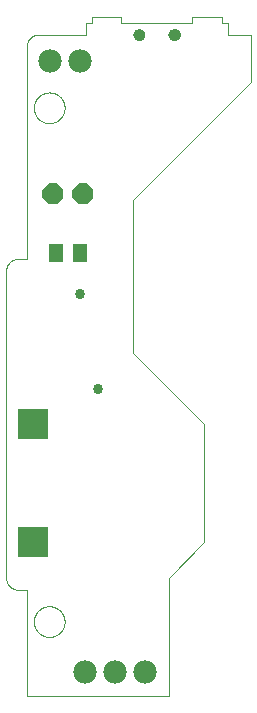
<source format=gts>
G75*
%MOIN*%
%OFA0B0*%
%FSLAX25Y25*%
%IPPOS*%
%LPD*%
%AMOC8*
5,1,8,0,0,1.08239X$1,22.5*
%
%ADD10C,0.00000*%
%ADD11C,0.00039*%
%ADD12R,0.04731X0.05912*%
%ADD13OC8,0.07000*%
%ADD14C,0.03943*%
%ADD15R,0.09849X0.09849*%
%ADD16C,0.07800*%
%ADD17C,0.03378*%
D10*
X0021709Y0041556D02*
X0021709Y0143918D01*
X0021711Y0144042D01*
X0021717Y0144165D01*
X0021726Y0144289D01*
X0021740Y0144411D01*
X0021757Y0144534D01*
X0021779Y0144656D01*
X0021804Y0144777D01*
X0021833Y0144897D01*
X0021865Y0145016D01*
X0021902Y0145135D01*
X0021942Y0145252D01*
X0021985Y0145367D01*
X0022033Y0145482D01*
X0022084Y0145594D01*
X0022138Y0145705D01*
X0022196Y0145815D01*
X0022257Y0145922D01*
X0022322Y0146028D01*
X0022390Y0146131D01*
X0022461Y0146232D01*
X0022535Y0146331D01*
X0022612Y0146428D01*
X0022693Y0146522D01*
X0022776Y0146613D01*
X0022862Y0146702D01*
X0022951Y0146788D01*
X0023042Y0146871D01*
X0023136Y0146952D01*
X0023233Y0147029D01*
X0023332Y0147103D01*
X0023433Y0147174D01*
X0023536Y0147242D01*
X0023642Y0147307D01*
X0023749Y0147368D01*
X0023859Y0147426D01*
X0023970Y0147480D01*
X0024082Y0147531D01*
X0024197Y0147579D01*
X0024312Y0147622D01*
X0024429Y0147662D01*
X0024548Y0147699D01*
X0024667Y0147731D01*
X0024787Y0147760D01*
X0024908Y0147785D01*
X0025030Y0147807D01*
X0025153Y0147824D01*
X0025275Y0147838D01*
X0025399Y0147847D01*
X0025522Y0147853D01*
X0025646Y0147855D01*
X0028599Y0147855D01*
X0028599Y0218721D01*
X0028601Y0218845D01*
X0028607Y0218968D01*
X0028616Y0219092D01*
X0028630Y0219214D01*
X0028647Y0219337D01*
X0028669Y0219459D01*
X0028694Y0219580D01*
X0028723Y0219700D01*
X0028755Y0219819D01*
X0028792Y0219938D01*
X0028832Y0220055D01*
X0028875Y0220170D01*
X0028923Y0220285D01*
X0028974Y0220397D01*
X0029028Y0220508D01*
X0029086Y0220618D01*
X0029147Y0220725D01*
X0029212Y0220831D01*
X0029280Y0220934D01*
X0029351Y0221035D01*
X0029425Y0221134D01*
X0029502Y0221231D01*
X0029583Y0221325D01*
X0029666Y0221416D01*
X0029752Y0221505D01*
X0029841Y0221591D01*
X0029932Y0221674D01*
X0030026Y0221755D01*
X0030123Y0221832D01*
X0030222Y0221906D01*
X0030323Y0221977D01*
X0030426Y0222045D01*
X0030532Y0222110D01*
X0030639Y0222171D01*
X0030749Y0222229D01*
X0030860Y0222283D01*
X0030972Y0222334D01*
X0031087Y0222382D01*
X0031202Y0222425D01*
X0031319Y0222465D01*
X0031438Y0222502D01*
X0031557Y0222534D01*
X0031677Y0222563D01*
X0031798Y0222588D01*
X0031920Y0222610D01*
X0032043Y0222627D01*
X0032165Y0222641D01*
X0032289Y0222650D01*
X0032412Y0222656D01*
X0032536Y0222658D01*
X0048284Y0222658D01*
X0048284Y0226595D01*
X0050253Y0226595D01*
X0050253Y0228564D01*
X0060095Y0228564D01*
X0060095Y0226595D01*
X0083717Y0226595D01*
X0083717Y0228564D01*
X0093560Y0228564D01*
X0093560Y0226595D01*
X0095528Y0226595D01*
X0095528Y0222658D01*
X0103402Y0222658D01*
X0103402Y0206910D01*
X0064032Y0167540D01*
X0064032Y0116359D01*
X0087654Y0092737D01*
X0087654Y0053367D01*
X0075843Y0041556D01*
X0075843Y0002186D01*
X0028599Y0002186D01*
X0028599Y0037619D01*
X0025646Y0037619D01*
X0025522Y0037621D01*
X0025399Y0037627D01*
X0025275Y0037636D01*
X0025153Y0037650D01*
X0025030Y0037667D01*
X0024908Y0037689D01*
X0024787Y0037714D01*
X0024667Y0037743D01*
X0024548Y0037775D01*
X0024429Y0037812D01*
X0024312Y0037852D01*
X0024197Y0037895D01*
X0024082Y0037943D01*
X0023970Y0037994D01*
X0023859Y0038048D01*
X0023749Y0038106D01*
X0023642Y0038167D01*
X0023536Y0038232D01*
X0023433Y0038300D01*
X0023332Y0038371D01*
X0023233Y0038445D01*
X0023136Y0038522D01*
X0023042Y0038603D01*
X0022951Y0038686D01*
X0022862Y0038772D01*
X0022776Y0038861D01*
X0022693Y0038952D01*
X0022612Y0039046D01*
X0022535Y0039143D01*
X0022461Y0039242D01*
X0022390Y0039343D01*
X0022322Y0039446D01*
X0022257Y0039552D01*
X0022196Y0039659D01*
X0022138Y0039769D01*
X0022084Y0039880D01*
X0022033Y0039992D01*
X0021985Y0040107D01*
X0021942Y0040222D01*
X0021902Y0040339D01*
X0021865Y0040458D01*
X0021833Y0040577D01*
X0021804Y0040697D01*
X0021779Y0040818D01*
X0021757Y0040940D01*
X0021740Y0041063D01*
X0021726Y0041185D01*
X0021717Y0041309D01*
X0021711Y0041432D01*
X0021709Y0041556D01*
X0064229Y0222658D02*
X0064231Y0222742D01*
X0064237Y0222825D01*
X0064247Y0222908D01*
X0064261Y0222991D01*
X0064278Y0223073D01*
X0064300Y0223154D01*
X0064325Y0223233D01*
X0064354Y0223312D01*
X0064387Y0223389D01*
X0064423Y0223464D01*
X0064463Y0223538D01*
X0064506Y0223610D01*
X0064553Y0223679D01*
X0064603Y0223746D01*
X0064656Y0223811D01*
X0064712Y0223873D01*
X0064770Y0223933D01*
X0064832Y0223990D01*
X0064896Y0224043D01*
X0064963Y0224094D01*
X0065032Y0224141D01*
X0065103Y0224186D01*
X0065176Y0224226D01*
X0065251Y0224263D01*
X0065328Y0224297D01*
X0065406Y0224327D01*
X0065485Y0224353D01*
X0065566Y0224376D01*
X0065648Y0224394D01*
X0065730Y0224409D01*
X0065813Y0224420D01*
X0065896Y0224427D01*
X0065980Y0224430D01*
X0066064Y0224429D01*
X0066147Y0224424D01*
X0066231Y0224415D01*
X0066313Y0224402D01*
X0066395Y0224386D01*
X0066476Y0224365D01*
X0066557Y0224341D01*
X0066635Y0224313D01*
X0066713Y0224281D01*
X0066789Y0224245D01*
X0066863Y0224206D01*
X0066935Y0224164D01*
X0067005Y0224118D01*
X0067073Y0224069D01*
X0067138Y0224017D01*
X0067201Y0223962D01*
X0067261Y0223904D01*
X0067319Y0223843D01*
X0067373Y0223779D01*
X0067425Y0223713D01*
X0067473Y0223645D01*
X0067518Y0223574D01*
X0067559Y0223501D01*
X0067598Y0223427D01*
X0067632Y0223351D01*
X0067663Y0223273D01*
X0067690Y0223194D01*
X0067714Y0223113D01*
X0067733Y0223032D01*
X0067749Y0222950D01*
X0067761Y0222867D01*
X0067769Y0222783D01*
X0067773Y0222700D01*
X0067773Y0222616D01*
X0067769Y0222533D01*
X0067761Y0222449D01*
X0067749Y0222366D01*
X0067733Y0222284D01*
X0067714Y0222203D01*
X0067690Y0222122D01*
X0067663Y0222043D01*
X0067632Y0221965D01*
X0067598Y0221889D01*
X0067559Y0221815D01*
X0067518Y0221742D01*
X0067473Y0221671D01*
X0067425Y0221603D01*
X0067373Y0221537D01*
X0067319Y0221473D01*
X0067261Y0221412D01*
X0067201Y0221354D01*
X0067138Y0221299D01*
X0067073Y0221247D01*
X0067005Y0221198D01*
X0066935Y0221152D01*
X0066863Y0221110D01*
X0066789Y0221071D01*
X0066713Y0221035D01*
X0066635Y0221003D01*
X0066557Y0220975D01*
X0066476Y0220951D01*
X0066395Y0220930D01*
X0066313Y0220914D01*
X0066231Y0220901D01*
X0066147Y0220892D01*
X0066064Y0220887D01*
X0065980Y0220886D01*
X0065896Y0220889D01*
X0065813Y0220896D01*
X0065730Y0220907D01*
X0065648Y0220922D01*
X0065566Y0220940D01*
X0065485Y0220963D01*
X0065406Y0220989D01*
X0065328Y0221019D01*
X0065251Y0221053D01*
X0065176Y0221090D01*
X0065103Y0221130D01*
X0065032Y0221175D01*
X0064963Y0221222D01*
X0064896Y0221273D01*
X0064832Y0221326D01*
X0064770Y0221383D01*
X0064712Y0221443D01*
X0064656Y0221505D01*
X0064603Y0221570D01*
X0064553Y0221637D01*
X0064506Y0221706D01*
X0064463Y0221778D01*
X0064423Y0221852D01*
X0064387Y0221927D01*
X0064354Y0222004D01*
X0064325Y0222083D01*
X0064300Y0222162D01*
X0064278Y0222243D01*
X0064261Y0222325D01*
X0064247Y0222408D01*
X0064237Y0222491D01*
X0064231Y0222574D01*
X0064229Y0222658D01*
X0076040Y0222658D02*
X0076042Y0222742D01*
X0076048Y0222825D01*
X0076058Y0222908D01*
X0076072Y0222991D01*
X0076089Y0223073D01*
X0076111Y0223154D01*
X0076136Y0223233D01*
X0076165Y0223312D01*
X0076198Y0223389D01*
X0076234Y0223464D01*
X0076274Y0223538D01*
X0076317Y0223610D01*
X0076364Y0223679D01*
X0076414Y0223746D01*
X0076467Y0223811D01*
X0076523Y0223873D01*
X0076581Y0223933D01*
X0076643Y0223990D01*
X0076707Y0224043D01*
X0076774Y0224094D01*
X0076843Y0224141D01*
X0076914Y0224186D01*
X0076987Y0224226D01*
X0077062Y0224263D01*
X0077139Y0224297D01*
X0077217Y0224327D01*
X0077296Y0224353D01*
X0077377Y0224376D01*
X0077459Y0224394D01*
X0077541Y0224409D01*
X0077624Y0224420D01*
X0077707Y0224427D01*
X0077791Y0224430D01*
X0077875Y0224429D01*
X0077958Y0224424D01*
X0078042Y0224415D01*
X0078124Y0224402D01*
X0078206Y0224386D01*
X0078287Y0224365D01*
X0078368Y0224341D01*
X0078446Y0224313D01*
X0078524Y0224281D01*
X0078600Y0224245D01*
X0078674Y0224206D01*
X0078746Y0224164D01*
X0078816Y0224118D01*
X0078884Y0224069D01*
X0078949Y0224017D01*
X0079012Y0223962D01*
X0079072Y0223904D01*
X0079130Y0223843D01*
X0079184Y0223779D01*
X0079236Y0223713D01*
X0079284Y0223645D01*
X0079329Y0223574D01*
X0079370Y0223501D01*
X0079409Y0223427D01*
X0079443Y0223351D01*
X0079474Y0223273D01*
X0079501Y0223194D01*
X0079525Y0223113D01*
X0079544Y0223032D01*
X0079560Y0222950D01*
X0079572Y0222867D01*
X0079580Y0222783D01*
X0079584Y0222700D01*
X0079584Y0222616D01*
X0079580Y0222533D01*
X0079572Y0222449D01*
X0079560Y0222366D01*
X0079544Y0222284D01*
X0079525Y0222203D01*
X0079501Y0222122D01*
X0079474Y0222043D01*
X0079443Y0221965D01*
X0079409Y0221889D01*
X0079370Y0221815D01*
X0079329Y0221742D01*
X0079284Y0221671D01*
X0079236Y0221603D01*
X0079184Y0221537D01*
X0079130Y0221473D01*
X0079072Y0221412D01*
X0079012Y0221354D01*
X0078949Y0221299D01*
X0078884Y0221247D01*
X0078816Y0221198D01*
X0078746Y0221152D01*
X0078674Y0221110D01*
X0078600Y0221071D01*
X0078524Y0221035D01*
X0078446Y0221003D01*
X0078368Y0220975D01*
X0078287Y0220951D01*
X0078206Y0220930D01*
X0078124Y0220914D01*
X0078042Y0220901D01*
X0077958Y0220892D01*
X0077875Y0220887D01*
X0077791Y0220886D01*
X0077707Y0220889D01*
X0077624Y0220896D01*
X0077541Y0220907D01*
X0077459Y0220922D01*
X0077377Y0220940D01*
X0077296Y0220963D01*
X0077217Y0220989D01*
X0077139Y0221019D01*
X0077062Y0221053D01*
X0076987Y0221090D01*
X0076914Y0221130D01*
X0076843Y0221175D01*
X0076774Y0221222D01*
X0076707Y0221273D01*
X0076643Y0221326D01*
X0076581Y0221383D01*
X0076523Y0221443D01*
X0076467Y0221505D01*
X0076414Y0221570D01*
X0076364Y0221637D01*
X0076317Y0221706D01*
X0076274Y0221778D01*
X0076234Y0221852D01*
X0076198Y0221927D01*
X0076165Y0222004D01*
X0076136Y0222083D01*
X0076111Y0222162D01*
X0076089Y0222243D01*
X0076072Y0222325D01*
X0076058Y0222408D01*
X0076048Y0222491D01*
X0076042Y0222574D01*
X0076040Y0222658D01*
D11*
X0030961Y0198249D02*
X0030963Y0198392D01*
X0030969Y0198535D01*
X0030979Y0198677D01*
X0030993Y0198819D01*
X0031011Y0198961D01*
X0031033Y0199103D01*
X0031058Y0199243D01*
X0031088Y0199383D01*
X0031122Y0199522D01*
X0031159Y0199660D01*
X0031201Y0199797D01*
X0031246Y0199932D01*
X0031295Y0200066D01*
X0031347Y0200199D01*
X0031403Y0200331D01*
X0031463Y0200460D01*
X0031527Y0200588D01*
X0031594Y0200715D01*
X0031665Y0200839D01*
X0031739Y0200961D01*
X0031816Y0201081D01*
X0031897Y0201199D01*
X0031981Y0201315D01*
X0032068Y0201428D01*
X0032158Y0201539D01*
X0032252Y0201647D01*
X0032348Y0201753D01*
X0032447Y0201855D01*
X0032550Y0201955D01*
X0032654Y0202052D01*
X0032762Y0202147D01*
X0032872Y0202238D01*
X0032985Y0202326D01*
X0033100Y0202410D01*
X0033217Y0202492D01*
X0033337Y0202570D01*
X0033458Y0202645D01*
X0033582Y0202717D01*
X0033708Y0202785D01*
X0033835Y0202849D01*
X0033965Y0202910D01*
X0034096Y0202967D01*
X0034228Y0203021D01*
X0034362Y0203070D01*
X0034497Y0203117D01*
X0034634Y0203159D01*
X0034772Y0203197D01*
X0034910Y0203232D01*
X0035050Y0203262D01*
X0035190Y0203289D01*
X0035331Y0203312D01*
X0035473Y0203331D01*
X0035615Y0203346D01*
X0035758Y0203357D01*
X0035900Y0203364D01*
X0036043Y0203367D01*
X0036186Y0203366D01*
X0036329Y0203361D01*
X0036472Y0203352D01*
X0036614Y0203339D01*
X0036756Y0203322D01*
X0036897Y0203301D01*
X0037038Y0203276D01*
X0037178Y0203248D01*
X0037317Y0203215D01*
X0037455Y0203178D01*
X0037592Y0203138D01*
X0037728Y0203094D01*
X0037863Y0203046D01*
X0037996Y0202994D01*
X0038128Y0202939D01*
X0038258Y0202880D01*
X0038387Y0202817D01*
X0038513Y0202751D01*
X0038638Y0202681D01*
X0038761Y0202608D01*
X0038881Y0202532D01*
X0039000Y0202452D01*
X0039116Y0202368D01*
X0039230Y0202282D01*
X0039341Y0202192D01*
X0039450Y0202100D01*
X0039556Y0202004D01*
X0039660Y0201906D01*
X0039761Y0201804D01*
X0039858Y0201700D01*
X0039953Y0201593D01*
X0040045Y0201484D01*
X0040134Y0201372D01*
X0040220Y0201257D01*
X0040302Y0201141D01*
X0040381Y0201021D01*
X0040457Y0200900D01*
X0040529Y0200777D01*
X0040598Y0200652D01*
X0040663Y0200525D01*
X0040725Y0200396D01*
X0040783Y0200265D01*
X0040838Y0200133D01*
X0040888Y0199999D01*
X0040935Y0199864D01*
X0040979Y0199728D01*
X0041018Y0199591D01*
X0041053Y0199452D01*
X0041085Y0199313D01*
X0041113Y0199173D01*
X0041137Y0199032D01*
X0041157Y0198890D01*
X0041173Y0198748D01*
X0041185Y0198606D01*
X0041193Y0198463D01*
X0041197Y0198320D01*
X0041197Y0198178D01*
X0041193Y0198035D01*
X0041185Y0197892D01*
X0041173Y0197750D01*
X0041157Y0197608D01*
X0041137Y0197466D01*
X0041113Y0197325D01*
X0041085Y0197185D01*
X0041053Y0197046D01*
X0041018Y0196907D01*
X0040979Y0196770D01*
X0040935Y0196634D01*
X0040888Y0196499D01*
X0040838Y0196365D01*
X0040783Y0196233D01*
X0040725Y0196102D01*
X0040663Y0195973D01*
X0040598Y0195846D01*
X0040529Y0195721D01*
X0040457Y0195598D01*
X0040381Y0195477D01*
X0040302Y0195357D01*
X0040220Y0195241D01*
X0040134Y0195126D01*
X0040045Y0195014D01*
X0039953Y0194905D01*
X0039858Y0194798D01*
X0039761Y0194694D01*
X0039660Y0194592D01*
X0039556Y0194494D01*
X0039450Y0194398D01*
X0039341Y0194306D01*
X0039230Y0194216D01*
X0039116Y0194130D01*
X0039000Y0194046D01*
X0038881Y0193966D01*
X0038761Y0193890D01*
X0038638Y0193817D01*
X0038513Y0193747D01*
X0038387Y0193681D01*
X0038258Y0193618D01*
X0038128Y0193559D01*
X0037996Y0193504D01*
X0037863Y0193452D01*
X0037728Y0193404D01*
X0037592Y0193360D01*
X0037455Y0193320D01*
X0037317Y0193283D01*
X0037178Y0193250D01*
X0037038Y0193222D01*
X0036897Y0193197D01*
X0036756Y0193176D01*
X0036614Y0193159D01*
X0036472Y0193146D01*
X0036329Y0193137D01*
X0036186Y0193132D01*
X0036043Y0193131D01*
X0035900Y0193134D01*
X0035758Y0193141D01*
X0035615Y0193152D01*
X0035473Y0193167D01*
X0035331Y0193186D01*
X0035190Y0193209D01*
X0035050Y0193236D01*
X0034910Y0193266D01*
X0034772Y0193301D01*
X0034634Y0193339D01*
X0034497Y0193381D01*
X0034362Y0193428D01*
X0034228Y0193477D01*
X0034096Y0193531D01*
X0033965Y0193588D01*
X0033835Y0193649D01*
X0033708Y0193713D01*
X0033582Y0193781D01*
X0033458Y0193853D01*
X0033337Y0193928D01*
X0033217Y0194006D01*
X0033100Y0194088D01*
X0032985Y0194172D01*
X0032872Y0194260D01*
X0032762Y0194351D01*
X0032654Y0194446D01*
X0032550Y0194543D01*
X0032447Y0194643D01*
X0032348Y0194745D01*
X0032252Y0194851D01*
X0032158Y0194959D01*
X0032068Y0195070D01*
X0031981Y0195183D01*
X0031897Y0195299D01*
X0031816Y0195417D01*
X0031739Y0195537D01*
X0031665Y0195659D01*
X0031594Y0195783D01*
X0031527Y0195910D01*
X0031463Y0196038D01*
X0031403Y0196167D01*
X0031347Y0196299D01*
X0031295Y0196432D01*
X0031246Y0196566D01*
X0031201Y0196701D01*
X0031159Y0196838D01*
X0031122Y0196976D01*
X0031088Y0197115D01*
X0031058Y0197255D01*
X0031033Y0197395D01*
X0031011Y0197537D01*
X0030993Y0197679D01*
X0030979Y0197821D01*
X0030969Y0197963D01*
X0030963Y0198106D01*
X0030961Y0198249D01*
X0030961Y0026989D02*
X0030963Y0027132D01*
X0030969Y0027275D01*
X0030979Y0027417D01*
X0030993Y0027559D01*
X0031011Y0027701D01*
X0031033Y0027843D01*
X0031058Y0027983D01*
X0031088Y0028123D01*
X0031122Y0028262D01*
X0031159Y0028400D01*
X0031201Y0028537D01*
X0031246Y0028672D01*
X0031295Y0028806D01*
X0031347Y0028939D01*
X0031403Y0029071D01*
X0031463Y0029200D01*
X0031527Y0029328D01*
X0031594Y0029455D01*
X0031665Y0029579D01*
X0031739Y0029701D01*
X0031816Y0029821D01*
X0031897Y0029939D01*
X0031981Y0030055D01*
X0032068Y0030168D01*
X0032158Y0030279D01*
X0032252Y0030387D01*
X0032348Y0030493D01*
X0032447Y0030595D01*
X0032550Y0030695D01*
X0032654Y0030792D01*
X0032762Y0030887D01*
X0032872Y0030978D01*
X0032985Y0031066D01*
X0033100Y0031150D01*
X0033217Y0031232D01*
X0033337Y0031310D01*
X0033458Y0031385D01*
X0033582Y0031457D01*
X0033708Y0031525D01*
X0033835Y0031589D01*
X0033965Y0031650D01*
X0034096Y0031707D01*
X0034228Y0031761D01*
X0034362Y0031810D01*
X0034497Y0031857D01*
X0034634Y0031899D01*
X0034772Y0031937D01*
X0034910Y0031972D01*
X0035050Y0032002D01*
X0035190Y0032029D01*
X0035331Y0032052D01*
X0035473Y0032071D01*
X0035615Y0032086D01*
X0035758Y0032097D01*
X0035900Y0032104D01*
X0036043Y0032107D01*
X0036186Y0032106D01*
X0036329Y0032101D01*
X0036472Y0032092D01*
X0036614Y0032079D01*
X0036756Y0032062D01*
X0036897Y0032041D01*
X0037038Y0032016D01*
X0037178Y0031988D01*
X0037317Y0031955D01*
X0037455Y0031918D01*
X0037592Y0031878D01*
X0037728Y0031834D01*
X0037863Y0031786D01*
X0037996Y0031734D01*
X0038128Y0031679D01*
X0038258Y0031620D01*
X0038387Y0031557D01*
X0038513Y0031491D01*
X0038638Y0031421D01*
X0038761Y0031348D01*
X0038881Y0031272D01*
X0039000Y0031192D01*
X0039116Y0031108D01*
X0039230Y0031022D01*
X0039341Y0030932D01*
X0039450Y0030840D01*
X0039556Y0030744D01*
X0039660Y0030646D01*
X0039761Y0030544D01*
X0039858Y0030440D01*
X0039953Y0030333D01*
X0040045Y0030224D01*
X0040134Y0030112D01*
X0040220Y0029997D01*
X0040302Y0029881D01*
X0040381Y0029761D01*
X0040457Y0029640D01*
X0040529Y0029517D01*
X0040598Y0029392D01*
X0040663Y0029265D01*
X0040725Y0029136D01*
X0040783Y0029005D01*
X0040838Y0028873D01*
X0040888Y0028739D01*
X0040935Y0028604D01*
X0040979Y0028468D01*
X0041018Y0028331D01*
X0041053Y0028192D01*
X0041085Y0028053D01*
X0041113Y0027913D01*
X0041137Y0027772D01*
X0041157Y0027630D01*
X0041173Y0027488D01*
X0041185Y0027346D01*
X0041193Y0027203D01*
X0041197Y0027060D01*
X0041197Y0026918D01*
X0041193Y0026775D01*
X0041185Y0026632D01*
X0041173Y0026490D01*
X0041157Y0026348D01*
X0041137Y0026206D01*
X0041113Y0026065D01*
X0041085Y0025925D01*
X0041053Y0025786D01*
X0041018Y0025647D01*
X0040979Y0025510D01*
X0040935Y0025374D01*
X0040888Y0025239D01*
X0040838Y0025105D01*
X0040783Y0024973D01*
X0040725Y0024842D01*
X0040663Y0024713D01*
X0040598Y0024586D01*
X0040529Y0024461D01*
X0040457Y0024338D01*
X0040381Y0024217D01*
X0040302Y0024097D01*
X0040220Y0023981D01*
X0040134Y0023866D01*
X0040045Y0023754D01*
X0039953Y0023645D01*
X0039858Y0023538D01*
X0039761Y0023434D01*
X0039660Y0023332D01*
X0039556Y0023234D01*
X0039450Y0023138D01*
X0039341Y0023046D01*
X0039230Y0022956D01*
X0039116Y0022870D01*
X0039000Y0022786D01*
X0038881Y0022706D01*
X0038761Y0022630D01*
X0038638Y0022557D01*
X0038513Y0022487D01*
X0038387Y0022421D01*
X0038258Y0022358D01*
X0038128Y0022299D01*
X0037996Y0022244D01*
X0037863Y0022192D01*
X0037728Y0022144D01*
X0037592Y0022100D01*
X0037455Y0022060D01*
X0037317Y0022023D01*
X0037178Y0021990D01*
X0037038Y0021962D01*
X0036897Y0021937D01*
X0036756Y0021916D01*
X0036614Y0021899D01*
X0036472Y0021886D01*
X0036329Y0021877D01*
X0036186Y0021872D01*
X0036043Y0021871D01*
X0035900Y0021874D01*
X0035758Y0021881D01*
X0035615Y0021892D01*
X0035473Y0021907D01*
X0035331Y0021926D01*
X0035190Y0021949D01*
X0035050Y0021976D01*
X0034910Y0022006D01*
X0034772Y0022041D01*
X0034634Y0022079D01*
X0034497Y0022121D01*
X0034362Y0022168D01*
X0034228Y0022217D01*
X0034096Y0022271D01*
X0033965Y0022328D01*
X0033835Y0022389D01*
X0033708Y0022453D01*
X0033582Y0022521D01*
X0033458Y0022593D01*
X0033337Y0022668D01*
X0033217Y0022746D01*
X0033100Y0022828D01*
X0032985Y0022912D01*
X0032872Y0023000D01*
X0032762Y0023091D01*
X0032654Y0023186D01*
X0032550Y0023283D01*
X0032447Y0023383D01*
X0032348Y0023485D01*
X0032252Y0023591D01*
X0032158Y0023699D01*
X0032068Y0023810D01*
X0031981Y0023923D01*
X0031897Y0024039D01*
X0031816Y0024157D01*
X0031739Y0024277D01*
X0031665Y0024399D01*
X0031594Y0024523D01*
X0031527Y0024650D01*
X0031463Y0024778D01*
X0031403Y0024907D01*
X0031347Y0025039D01*
X0031295Y0025172D01*
X0031246Y0025306D01*
X0031201Y0025441D01*
X0031159Y0025578D01*
X0031122Y0025716D01*
X0031088Y0025855D01*
X0031058Y0025995D01*
X0031033Y0026135D01*
X0031011Y0026277D01*
X0030993Y0026419D01*
X0030979Y0026561D01*
X0030969Y0026703D01*
X0030963Y0026846D01*
X0030961Y0026989D01*
D12*
X0038442Y0149824D03*
X0046316Y0149824D03*
D13*
X0047379Y0169509D03*
X0037379Y0169509D03*
D14*
X0066001Y0222658D03*
X0077812Y0222658D03*
D15*
X0030568Y0092934D03*
X0030568Y0053564D03*
D16*
X0047969Y0010060D03*
X0057969Y0010060D03*
X0067969Y0010060D03*
X0046316Y0213997D03*
X0036316Y0213997D03*
D17*
X0046316Y0136044D03*
X0052221Y0104548D03*
M02*

</source>
